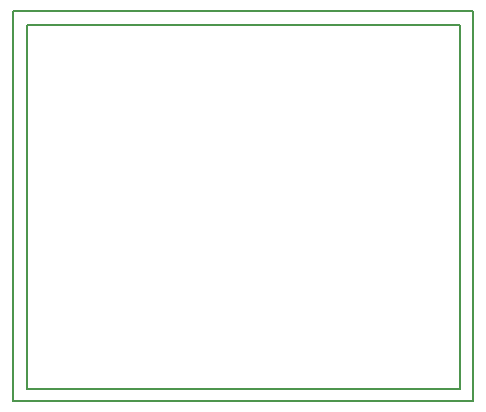
<source format=gko>
%FSAX24Y24*%
%MOIN*%
G70*
G01*
G75*
G04 Layer_Color=16711935*
%ADD10R,0.1181X0.0827*%
%ADD11R,0.0630X0.0315*%
%ADD12R,0.0433X0.0394*%
%ADD13R,0.0394X0.0433*%
%ADD14R,0.0118X0.0630*%
%ADD15C,0.0157*%
%ADD16C,0.0094*%
%ADD17C,0.0080*%
%ADD18C,0.0591*%
%ADD19R,0.0591X0.0591*%
%ADD20C,0.0665*%
%ADD21R,0.0665X0.0665*%
%ADD22C,0.1874*%
%ADD23C,0.0472*%
%ADD24C,0.0079*%
%ADD25C,0.0098*%
%ADD26C,0.0140*%
%ADD27C,0.0100*%
%ADD28C,0.0059*%
%ADD29R,0.1261X0.0907*%
%ADD30R,0.0710X0.0395*%
%ADD31R,0.0513X0.0474*%
%ADD32R,0.0474X0.0513*%
%ADD33R,0.0198X0.0710*%
%ADD34C,0.0671*%
%ADD35R,0.0671X0.0671*%
%ADD36C,0.0745*%
%ADD37R,0.0745X0.0745*%
%ADD38C,0.1954*%
%ADD39C,0.0552*%
D17*
X057126Y085394D02*
Y098386D01*
X072480Y085394D02*
Y098386D01*
X057126D02*
X072480D01*
X057126Y085394D02*
X072480D01*
D24*
X057598Y085787D02*
Y097913D01*
X072047Y085787D02*
Y097913D01*
X057598D02*
X072047D01*
X057598Y085787D02*
X072047D01*
M02*

</source>
